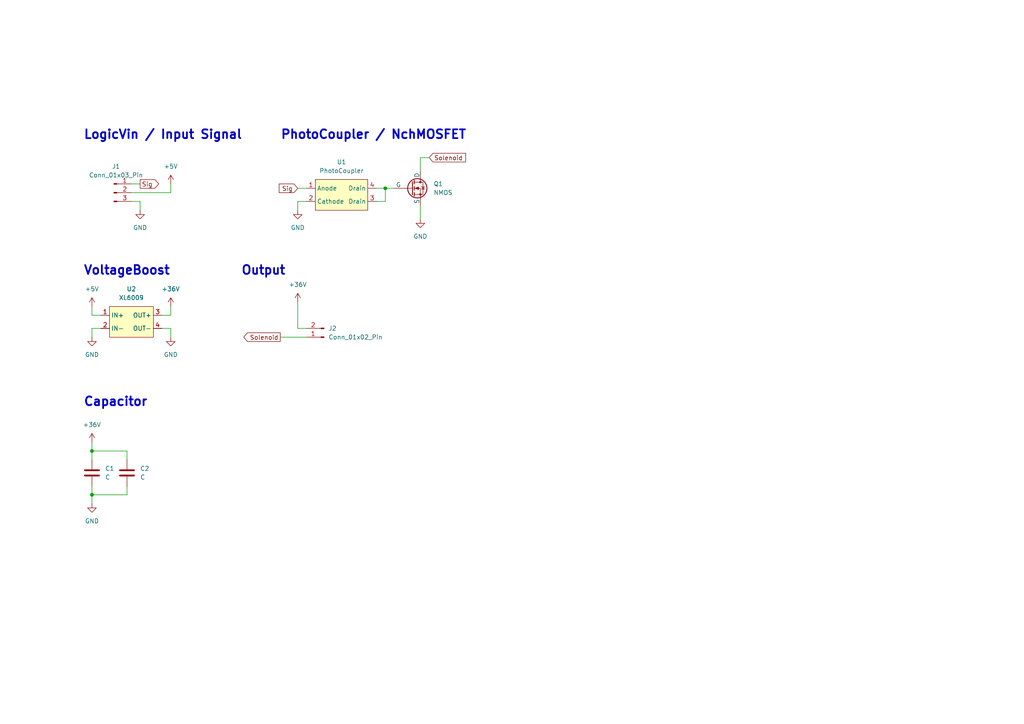
<source format=kicad_sch>
(kicad_sch (version 20230121) (generator eeschema)
  (paper "A4")
  (lib_symbols
    (symbol "@2023_KickerAdjust:NMOS" (pin_numbers hide) (pin_names (offset 0))
      (property "Reference" "Q" (at 5.08 1.27 0))
      (property "Value" "NMOS" (at 5.08 -1.27 0))
      (symbol "NMOS_0_1"
        (polyline (pts (xy 0.254 0) (xy -2.54 0)))
        (polyline (pts (xy 0.254 1.905) (xy 0.254 -1.905)) (stroke (width 0.254)))
        (polyline (pts (xy 0.762 -1.27) (xy 0.762 -2.286)) (stroke (width 0.254)))
        (polyline (pts (xy 0.762 0.508) (xy 0.762 -0.508)) (stroke (width 0.254)))
        (polyline (pts (xy 0.762 2.286) (xy 0.762 1.27)) (stroke (width 0.254)))
        (polyline (pts (xy 2.54 2.54) (xy 2.54 1.778)))
        (polyline (pts (xy 2.54 -2.54) (xy 2.54 0) (xy 0.762 0)))
        (polyline (pts (xy 0.762 -1.778) (xy 3.302 -1.778) (xy 3.302 1.778) (xy 0.762 1.778)))
        (polyline (pts (xy 1.016 0) (xy 2.032 0.381) (xy 2.032 -0.381) (xy 1.016 0)) (fill (type outline)))
        (polyline (pts (xy 2.794 0.508) (xy 2.921 0.381) (xy 3.683 0.381) (xy 3.81 0.254)))
        (polyline (pts (xy 3.302 0.381) (xy 2.921 -0.254) (xy 3.683 -0.254) (xy 3.302 0.381)))
        (circle (center 1.651 0) (radius 2.794) (stroke (width 0.254)))
        (circle (center 2.54 -1.778) (radius 0.254) (fill (type outline)))
        (circle (center 2.54 1.778) (radius 0.254) (fill (type outline)))
      )
      (symbol "NMOS_1_1"
        (pin input line (at -5.08 0 0) (length 2.54) (name "G") (number "1"))
        (pin passive line (at 2.54 5.08 270) (length 2.54) (name "D") (number "2"))
        (pin passive line (at 2.54 -5.08 90) (length 2.54) (name "S") (number "3"))
      )
    )
    (symbol "@2023_KickerAdjust:PhotoCoupler"
      (property "Reference" "U" (at 0 5.08 0))
      (property "Value" "PhotoCoupler" (at 0 2.54 0))
      (symbol "PhotoCoupler_1_1"
        (rectangle (start -7.62 0) (end 7.62 -8.89) (fill (type background)))
        (pin passive line (at -10.16 -2.54 0) (length 2.54) (name "Anode") (number "1"))
        (pin passive line (at -10.16 -6.35 0) (length 2.54) (name "Cathode") (number "2"))
        (pin passive line (at 10.16 -6.35 180) (length 2.54) (name "Drain") (number "3"))
        (pin passive line (at 10.16 -2.54 180) (length 2.54) (name "Drain") (number "4"))
      )
    )
    (symbol "@2023_KickerAdjust:XL6009"
      (property "Reference" "U" (at 0 3.81 0))
      (property "Value" "XL6009" (at 0 1.27 0))
      (symbol "XL6009_1_1"
        (rectangle (start -6.35 0) (end 6.35 -8.89) (fill (type background)))
        (pin passive line (at -8.89 -2.54 0) (length 2.54) (name "IN+") (number "1"))
        (pin passive line (at -8.89 -6.35 0) (length 2.54) (name "IN-") (number "2"))
        (pin passive line (at 8.89 -2.54 180) (length 2.54) (name "OUT+") (number "3"))
        (pin passive line (at 8.89 -6.35 180) (length 2.54) (name "OUT-") (number "4"))
      )
    )
    (symbol "Connector:Conn_01x02_Pin" (pin_names (offset 1.016) hide)
      (property "Reference" "J" (at 0 2.54 0))
      (property "Value" "Conn_01x02_Pin" (at 0 -5.08 0))
      (symbol "Conn_01x02_Pin_1_1"
        (polyline (pts (xy 1.27 -2.54) (xy 0.8636 -2.54)) (stroke (width 0.1524)))
        (polyline (pts (xy 1.27 0) (xy 0.8636 0)) (stroke (width 0.1524)))
        (rectangle (start 0.8636 -2.413) (end 0 -2.667) (stroke (width 0.1524)) (fill (type outline)))
        (rectangle (start 0.8636 0.127) (end 0 -0.127) (stroke (width 0.1524)) (fill (type outline)))
        (pin passive line (at 5.08 0 180) (length 3.81) (name "Pin_1") (number "1"))
        (pin passive line (at 5.08 -2.54 180) (length 3.81) (name "Pin_2") (number "2"))
      )
    )
    (symbol "Connector:Conn_01x03_Pin" (pin_names (offset 1.016) hide)
      (property "Reference" "J" (at 0 5.08 0))
      (property "Value" "Conn_01x03_Pin" (at 0 -5.08 0))
      (symbol "Conn_01x03_Pin_1_1"
        (polyline (pts (xy 1.27 -2.54) (xy 0.8636 -2.54)) (stroke (width 0.1524)))
        (polyline (pts (xy 1.27 0) (xy 0.8636 0)) (stroke (width 0.1524)))
        (polyline (pts (xy 1.27 2.54) (xy 0.8636 2.54)) (stroke (width 0.1524)))
        (rectangle (start 0.8636 -2.413) (end 0 -2.667) (stroke (width 0.1524)) (fill (type outline)))
        (rectangle (start 0.8636 0.127) (end 0 -0.127) (stroke (width 0.1524)) (fill (type outline)))
        (rectangle (start 0.8636 2.667) (end 0 2.413) (stroke (width 0.1524)) (fill (type outline)))
        (pin passive line (at 5.08 2.54 180) (length 3.81) (name "Pin_1") (number "1"))
        (pin passive line (at 5.08 0 180) (length 3.81) (name "Pin_2") (number "2"))
        (pin passive line (at 5.08 -2.54 180) (length 3.81) (name "Pin_3") (number "3"))
      )
    )
    (symbol "Device:C" (pin_numbers hide) (pin_names (offset 0.254))
      (property "Reference" "C" (at 0.635 2.54 0))
      (property "Value" "C" (at 0.635 -2.54 0))
      (symbol "C_0_1"
        (polyline (pts (xy -2.032 -0.762) (xy 2.032 -0.762)) (stroke (width 0.508)))
        (polyline (pts (xy -2.032 0.762) (xy 2.032 0.762)) (stroke (width 0.508)))
      )
      (symbol "C_1_1"
        (pin passive line (at 0 3.81 270) (length 2.794) (name "~") (number "1"))
        (pin passive line (at 0 -3.81 90) (length 2.794) (name "~") (number "2"))
      )
    )
    (symbol "power:+36V" (power) (pin_names (offset 0))
      (property "Value" "+36V" (at 0 3.556 0))
      (symbol "+36V_0_1"
        (polyline (pts (xy -0.762 1.27) (xy 0 2.54)))
        (polyline (pts (xy 0 0) (xy 0 2.54)))
        (polyline (pts (xy 0 2.54) (xy 0.762 1.27)))
      )
      (symbol "+36V_1_1"
        (pin power_in line (at 0 0 90) (length 0) hide (name "+36V") (number "1"))
      )
    )
    (symbol "power:+5V" (power) (pin_names (offset 0))
      (property "Value" "+5V" (at 0 3.556 0))
      (symbol "+5V_0_1"
        (polyline (pts (xy -0.762 1.27) (xy 0 2.54)))
        (polyline (pts (xy 0 0) (xy 0 2.54)))
        (polyline (pts (xy 0 2.54) (xy 0.762 1.27)))
      )
      (symbol "+5V_1_1"
        (pin power_in line (at 0 0 90) (length 0) hide (name "+5V") (number "1"))
      )
    )
    (symbol "power:GND" (power) (pin_names (offset 0))
      (property "Value" "GND" (at 0 -3.81 0))
      (symbol "GND_0_1"
        (polyline (pts (xy 0 0) (xy 0 -1.27) (xy 1.27 -1.27) (xy 0 -2.54) (xy -1.27 -1.27) (xy 0 -1.27)))
      )
      (symbol "GND_1_1"
        (pin power_in line (at 0 0 270) (length 0) hide (name "GND") (number "1"))
      )
    )
  )
  (junction (at 111.76 54.61))
  (junction (at 26.67 130.81))
  (junction (at 26.67 143.51))
  (wire (pts (xy 49.53 88.9) (xy 49.53 91.44)))
  (wire (pts (xy 46.99 95.25) (xy 49.53 95.25)))
  (wire (pts (xy 26.67 143.51) (xy 36.83 143.51)))
  (wire (pts (xy 86.36 54.61) (xy 88.9 54.61)))
  (wire (pts (xy 121.92 45.72) (xy 121.92 49.53)))
  (wire (pts (xy 88.9 58.42) (xy 86.36 58.42)))
  (wire (pts (xy 109.22 58.42) (xy 111.76 58.42)))
  (wire (pts (xy 121.92 59.69) (xy 121.92 63.5)))
  (wire (pts (xy 36.83 143.51) (xy 36.83 140.97)))
  (wire (pts (xy 46.99 91.44) (xy 49.53 91.44)))
  (wire (pts (xy 111.76 54.61) (xy 114.3 54.61)))
  (wire (pts (xy 40.64 58.42) (xy 40.64 60.96)))
  (wire (pts (xy 49.53 95.25) (xy 49.53 97.79)))
  (wire (pts (xy 81.28 97.79) (xy 88.9 97.79)))
  (wire (pts (xy 26.67 95.25) (xy 26.67 97.79)))
  (wire (pts (xy 36.83 130.81) (xy 26.67 130.81)))
  (wire (pts (xy 38.1 53.34) (xy 40.64 53.34)))
  (wire (pts (xy 26.67 130.81) (xy 26.67 133.35)))
  (wire (pts (xy 111.76 58.42) (xy 111.76 54.61)))
  (wire (pts (xy 29.21 95.25) (xy 26.67 95.25)))
  (wire (pts (xy 38.1 58.42) (xy 40.64 58.42)))
  (wire (pts (xy 38.1 55.88) (xy 49.53 55.88)))
  (wire (pts (xy 124.46 45.72) (xy 121.92 45.72)))
  (wire (pts (xy 26.67 140.97) (xy 26.67 143.51)))
  (wire (pts (xy 36.83 133.35) (xy 36.83 130.81)))
  (wire (pts (xy 109.22 54.61) (xy 111.76 54.61)))
  (wire (pts (xy 26.67 128.27) (xy 26.67 130.81)))
  (wire (pts (xy 26.67 146.05) (xy 26.67 143.51)))
  (wire (pts (xy 86.36 58.42) (xy 86.36 60.96)))
  (wire (pts (xy 26.67 88.9) (xy 26.67 91.44)))
  (wire (pts (xy 86.36 87.63) (xy 86.36 95.25)))
  (wire (pts (xy 88.9 95.25) (xy 86.36 95.25)))
  (wire (pts (xy 26.67 91.44) (xy 29.21 91.44)))
  (wire (pts (xy 49.53 53.34) (xy 49.53 55.88)))
  (text "PhotoCoupler / NchMOSFET" (at 81.28 40.64 0) (effects (font (size 2.54 2.54) (thickness 0.508) bold) (justify left bottom)))
  (text "VoltageBoost" (at 24.13 80.01 0) (effects (font (size 2.54 2.54) (thickness 0.508) bold) (justify left bottom)))
  (text "LogicVin / Input Signal" (at 24.13 40.64 0) (effects (font (size 2.54 2.54) (thickness 0.508) bold) (justify left bottom)))
  (text "Output" (at 69.85 80.01 0) (effects (font (size 2.54 2.54) (thickness 0.508) bold) (justify left bottom)))
  (text "Capacitor" (at 24.13 118.11 0) (effects (font (size 2.54 2.54) (thickness 0.508) bold) (justify left bottom)))
  (global_label "Solenoid" (shape input) (at 124.46 45.72 0) (property "Intersheetrefs" "${INTERSHEET_REFS}" (effects hide)))
  (global_label "Sig" (shape output) (at 40.64 53.34 0) (property "Intersheetrefs" "${INTERSHEET_REFS}" (effects hide)))
  (global_label "Solenoid" (shape output) (at 81.28 97.79 180) (property "Intersheetrefs" "${INTERSHEET_REFS}" (effects hide)))
  (global_label "Sig" (shape input) (at 86.36 54.61 180) (property "Intersheetrefs" "${INTERSHEET_REFS}" (effects hide)))
  (symbol (lib_id "power:GND") (at 121.92 63.5 0) (unit 1)
    (property "Reference" "#PWR04" (effects hide))
    (property "Value" "GND" (at 121.92 68.58 0))
  )
  (symbol (lib_id "@2023_KickerAdjust:XL6009") (at 38.1 88.9 0) (unit 1)
    (property "Reference" "U2" (at 38.1 83.82 0))
    (property "Value" "XL6009" (at 38.1 86.36 0))
    (property "Footprint" "@2023_KickerAdjust:XL6009" (effects hide))
  )
  (symbol (lib_id "power:GND") (at 49.53 97.79 0) (unit 1)
    (property "Reference" "#PWR09" (effects hide))
    (property "Value" "GND" (at 49.53 102.87 0))
  )
  (symbol (lib_id "Device:C") (at 26.67 137.16 0) (unit 1)
    (property "Reference" "C1" (at 30.48 135.89 0) (effects (justify left)))
    (property "Value" "C" (at 30.48 138.43 0) (effects (justify left)))
    (property "Footprint" "Capacitor_THT:CP_Radial_D12.5mm_P5.00mm" (effects hide))
  )
  (symbol (lib_id "power:+36V") (at 49.53 88.9 0) (unit 1)
    (property "Reference" "#PWR07" (effects hide))
    (property "Value" "+36V" (at 49.53 83.82 0))
  )
  (symbol (lib_id "@2023_KickerAdjust:PhotoCoupler") (at 99.06 52.07 0) (unit 1)
    (property "Reference" "U1" (at 99.06 46.99 0))
    (property "Value" "PhotoCoupler" (at 99.06 49.53 0))
    (property "Footprint" "Package_DIP:DIP-4_W7.62mm_Socket" (effects hide))
  )
  (symbol (lib_id "@2023_KickerAdjust:NMOS") (at 119.38 54.61 0) (unit 1)
    (property "Reference" "Q1" (at 125.73 53.34 0) (effects (justify left)))
    (property "Value" "NMOS" (at 125.73 55.88 0) (effects (justify left)))
    (property "Footprint" "Package_TO_SOT_SMD:TO-252-3_TabPin2" (effects hide))
    (property "Datasheet" "https://ngspice.sourceforge.io/docs/ngspice-manual.pdf" (effects hide))
    (property "Sim.Device" "NMOS" (effects hide))
    (property "Sim.Type" "VDMOS" (effects hide))
    (property "Sim.Pins" "1=G 2=D 3=S" (effects hide))
  )
  (symbol (lib_id "Connector:Conn_01x03_Pin") (at 33.02 55.88 0) (unit 1)
    (property "Reference" "J1" (at 33.655 48.26 0))
    (property "Value" "Conn_01x03_Pin" (at 33.655 50.8 0))
    (property "Footprint" "Connector_JST:JST_XH_S3B-XH-A-1_1x03_P2.50mm_Horizontal" (effects hide))
  )
  (symbol (lib_id "power:+36V") (at 86.36 87.63 0) (unit 1)
    (property "Reference" "#PWR05" (effects hide))
    (property "Value" "+36V" (at 86.36 82.55 0))
  )
  (symbol (lib_id "power:GND") (at 26.67 97.79 0) (unit 1)
    (property "Reference" "#PWR08" (effects hide))
    (property "Value" "GND" (at 26.67 102.87 0))
  )
  (symbol (lib_id "Connector:Conn_01x02_Pin") (at 93.98 97.79 180) (unit 1)
    (property "Reference" "J2" (at 95.25 95.25 0) (effects (justify right)))
    (property "Value" "Conn_01x02_Pin" (at 95.25 97.79 0) (effects (justify right)))
    (property "Footprint" "Connector_JST:JST_XH_S2B-XH-A-1_1x02_P2.50mm_Horizontal" (effects hide))
  )
  (symbol (lib_id "power:GND") (at 86.36 60.96 0) (unit 1)
    (property "Reference" "#PWR03" (effects hide))
    (property "Value" "GND" (at 86.36 66.04 0))
  )
  (symbol (lib_id "power:GND") (at 40.64 60.96 0) (unit 1)
    (property "Reference" "#PWR02" (effects hide))
    (property "Value" "GND" (at 40.64 66.04 0))
  )
  (symbol (lib_id "power:+5V") (at 49.53 53.34 0) (unit 1)
    (property "Reference" "#PWR01" (effects hide))
    (property "Value" "+5V" (at 49.53 48.26 0))
  )
  (symbol (lib_id "power:+36V") (at 26.67 128.27 0) (unit 1)
    (property "Reference" "#PWR010" (effects hide))
    (property "Value" "+36V" (at 26.67 123.19 0))
  )
  (symbol (lib_id "Device:C") (at 36.83 137.16 0) (unit 1)
    (property "Reference" "C2" (at 40.64 135.89 0) (effects (justify left)))
    (property "Value" "C" (at 40.64 138.43 0) (effects (justify left)))
    (property "Footprint" "Capacitor_THT:CP_Radial_D12.5mm_P5.00mm" (effects hide))
  )
  (symbol (lib_id "power:+5V") (at 26.67 88.9 0) (unit 1)
    (property "Reference" "#PWR06" (effects hide))
    (property "Value" "+5V" (at 26.67 83.82 0))
  )
  (symbol (lib_id "power:GND") (at 26.67 146.05 0) (unit 1)
    (property "Reference" "#PWR011" (effects hide))
    (property "Value" "GND" (at 26.67 151.13 0))
  )
)
</source>
